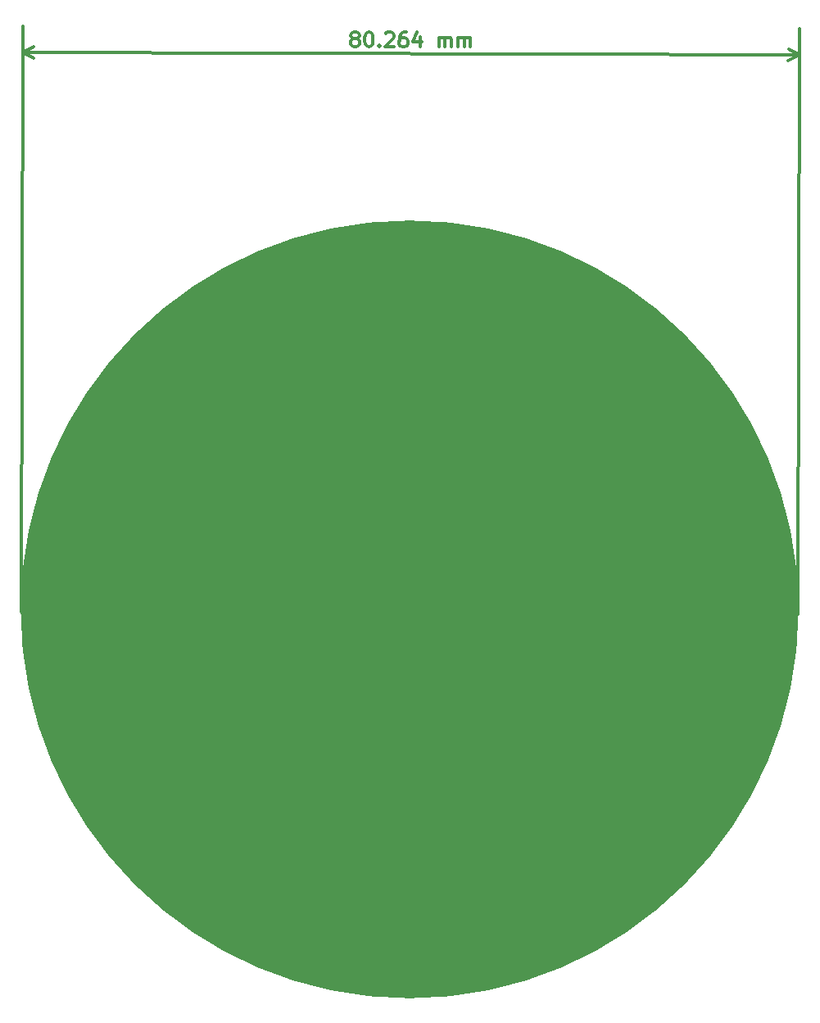
<source format=gts>
G04 #@! TF.FileFunction,Soldermask,Top*
%FSLAX46Y46*%
G04 Gerber Fmt 4.6, Leading zero omitted, Abs format (unit mm)*
G04 Created by KiCad (PCBNEW 4.0.7) date Fri Jul 20 16:51:51 2018*
%MOMM*%
%LPD*%
G01*
G04 APERTURE LIST*
%ADD10C,0.100000*%
%ADD11C,0.300000*%
%ADD12C,80.400000*%
%ADD13C,3.900120*%
G04 APERTURE END LIST*
D10*
D11*
X118719508Y-37459136D02*
X118576877Y-37387255D01*
X118505675Y-37315600D01*
X118434698Y-37172518D01*
X118434924Y-37101090D01*
X118506805Y-36958460D01*
X118578459Y-36887257D01*
X118721542Y-36816281D01*
X119007255Y-36817185D01*
X119149885Y-36889066D01*
X119221088Y-36960720D01*
X119292063Y-37103803D01*
X119291837Y-37175230D01*
X119219957Y-37317861D01*
X119148303Y-37389063D01*
X119005220Y-37460040D01*
X118719508Y-37459136D01*
X118576424Y-37530111D01*
X118504771Y-37601314D01*
X118432890Y-37743944D01*
X118431986Y-38029657D01*
X118502962Y-38172739D01*
X118574164Y-38244394D01*
X118716795Y-38316273D01*
X119002508Y-38317178D01*
X119145590Y-38246202D01*
X119217245Y-38174999D01*
X119289125Y-38032369D01*
X119290029Y-37746657D01*
X119219053Y-37603574D01*
X119147851Y-37531920D01*
X119005220Y-37460040D01*
X120221534Y-36821028D02*
X120364390Y-36821480D01*
X120507020Y-36893361D01*
X120578223Y-36965015D01*
X120649199Y-37108098D01*
X120719723Y-37394036D01*
X120718593Y-37751177D01*
X120646261Y-38036664D01*
X120574380Y-38179294D01*
X120502725Y-38250497D01*
X120359643Y-38321472D01*
X120216787Y-38321020D01*
X120074157Y-38249140D01*
X120002954Y-38177486D01*
X119931978Y-38034403D01*
X119861454Y-37748465D01*
X119862584Y-37391324D01*
X119934917Y-37105837D01*
X120006797Y-36963207D01*
X120078451Y-36892004D01*
X120221534Y-36821028D01*
X121360090Y-38181781D02*
X121431292Y-38253435D01*
X121359638Y-38324637D01*
X121288435Y-38252983D01*
X121360090Y-38181781D01*
X121359638Y-38324637D01*
X122006787Y-36969536D02*
X122078441Y-36898333D01*
X122221524Y-36827357D01*
X122578665Y-36828487D01*
X122721295Y-36900368D01*
X122792498Y-36972022D01*
X122863473Y-37115105D01*
X122863021Y-37257961D01*
X122790915Y-37472020D01*
X121931064Y-38326445D01*
X122859631Y-38329384D01*
X124150085Y-36833460D02*
X123864372Y-36832556D01*
X123721290Y-36903532D01*
X123649635Y-36974735D01*
X123506101Y-37188567D01*
X123433768Y-37474054D01*
X123431960Y-38045479D01*
X123502936Y-38188562D01*
X123574138Y-38260216D01*
X123716769Y-38332096D01*
X124002482Y-38333000D01*
X124145564Y-38262025D01*
X124217219Y-38190822D01*
X124289099Y-38048192D01*
X124290229Y-37691051D01*
X124219253Y-37547968D01*
X124148051Y-37476315D01*
X124005420Y-37404434D01*
X123719708Y-37403530D01*
X123576624Y-37474506D01*
X123504971Y-37545708D01*
X123433090Y-37688338D01*
X125577067Y-37337978D02*
X125573902Y-38337973D01*
X125221734Y-36765423D02*
X124861202Y-37835715D01*
X125789769Y-37838654D01*
X127502463Y-38344076D02*
X127505628Y-37344081D01*
X127505176Y-37486938D02*
X127576829Y-37415736D01*
X127719913Y-37344759D01*
X127934197Y-37345437D01*
X128076827Y-37417318D01*
X128147804Y-37560400D01*
X128145317Y-38346110D01*
X128147804Y-37560400D02*
X128219684Y-37417770D01*
X128362767Y-37346794D01*
X128577051Y-37347472D01*
X128719682Y-37419352D01*
X128790657Y-37562435D01*
X128788171Y-38348145D01*
X129502453Y-38350405D02*
X129505618Y-37350410D01*
X129505166Y-37493268D02*
X129576819Y-37422065D01*
X129719903Y-37351088D01*
X129934187Y-37351766D01*
X130076817Y-37423647D01*
X130147794Y-37566730D01*
X130145307Y-38352440D01*
X130147794Y-37566730D02*
X130219674Y-37424099D01*
X130362757Y-37353123D01*
X130577040Y-37353801D01*
X130719672Y-37425682D01*
X130790647Y-37568764D01*
X130788161Y-38354474D01*
X84511211Y-38879460D02*
X164775211Y-39133460D01*
X84328000Y-96774000D02*
X84519755Y-36179474D01*
X164592000Y-97028000D02*
X164783755Y-36433474D01*
X164775211Y-39133460D02*
X163646857Y-39716313D01*
X164775211Y-39133460D02*
X163650569Y-38543477D01*
X84511211Y-38879460D02*
X85635853Y-39469443D01*
X84511211Y-38879460D02*
X85639565Y-38296607D01*
D12*
X124460000Y-96520000D03*
D13*
X110236000Y-95250000D03*
M02*

</source>
